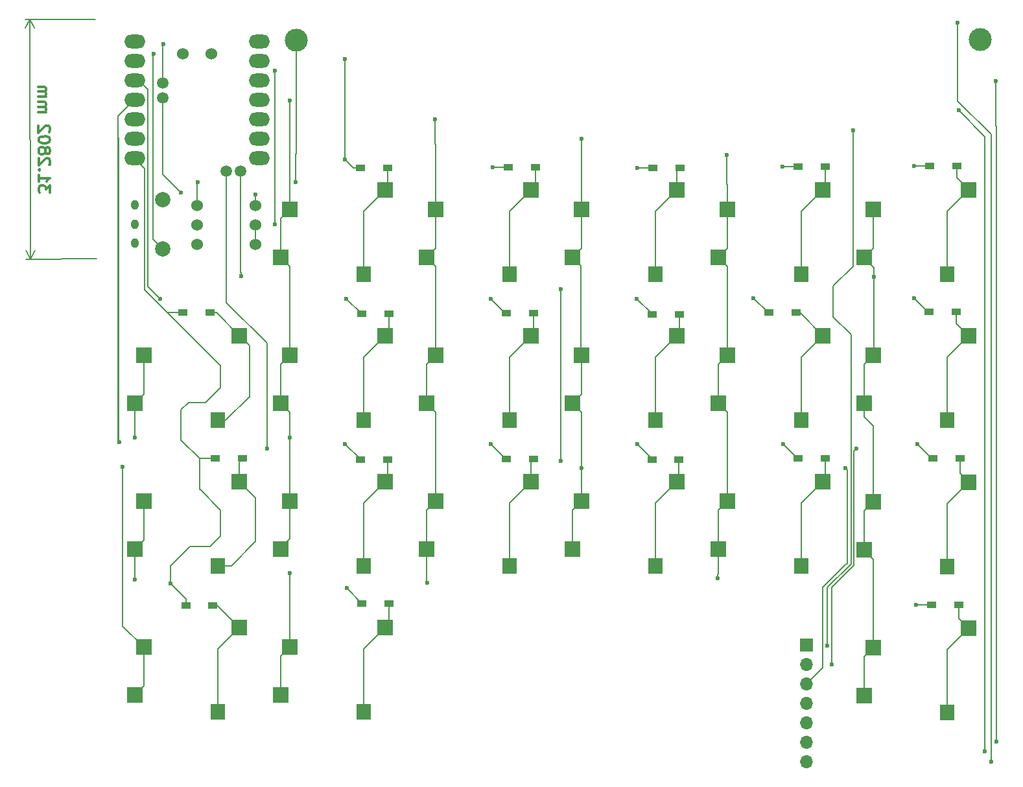
<source format=gbr>
%TF.GenerationSoftware,KiCad,Pcbnew,8.0.7*%
%TF.CreationDate,2025-03-28T15:44:08+09:00*%
%TF.ProjectId,cool642tb_R_with_tb_v130,636f6f6c-3634-4327-9462-5f525f776974,rev?*%
%TF.SameCoordinates,Original*%
%TF.FileFunction,Copper,L2,Bot*%
%TF.FilePolarity,Positive*%
%FSLAX46Y46*%
G04 Gerber Fmt 4.6, Leading zero omitted, Abs format (unit mm)*
G04 Created by KiCad (PCBNEW 8.0.7) date 2025-03-28 15:44:08*
%MOMM*%
%LPD*%
G01*
G04 APERTURE LIST*
%ADD10C,0.300000*%
%TA.AperFunction,NonConductor*%
%ADD11C,0.300000*%
%TD*%
%TA.AperFunction,NonConductor*%
%ADD12C,0.200000*%
%TD*%
%TA.AperFunction,SMDPad,CuDef*%
%ADD13R,1.300000X0.950000*%
%TD*%
%TA.AperFunction,SMDPad,CuDef*%
%ADD14R,2.000000X2.000000*%
%TD*%
%TA.AperFunction,SMDPad,CuDef*%
%ADD15R,1.900000X2.000000*%
%TD*%
%TA.AperFunction,ComponentPad*%
%ADD16O,1.000000X1.300000*%
%TD*%
%TA.AperFunction,ComponentPad*%
%ADD17C,1.524000*%
%TD*%
%TA.AperFunction,ComponentPad*%
%ADD18O,2.750000X1.800000*%
%TD*%
%TA.AperFunction,ComponentPad*%
%ADD19C,1.500000*%
%TD*%
%TA.AperFunction,ComponentPad*%
%ADD20R,1.700000X1.700000*%
%TD*%
%TA.AperFunction,ComponentPad*%
%ADD21O,1.700000X1.700000*%
%TD*%
%TA.AperFunction,ComponentPad*%
%ADD22C,3.000000*%
%TD*%
%TA.AperFunction,ComponentPad*%
%ADD23C,2.000000*%
%TD*%
%TA.AperFunction,ViaPad*%
%ADD24C,0.600000*%
%TD*%
%TA.AperFunction,Conductor*%
%ADD25C,0.200000*%
%TD*%
G04 APERTURE END LIST*
D10*
D11*
X-38166205Y4719293D02*
X-38169173Y5647859D01*
X-38169173Y5647859D02*
X-38739001Y5146035D01*
X-38739001Y5146035D02*
X-38739686Y5360320D01*
X-38739686Y5360320D02*
X-38811571Y5502948D01*
X-38811571Y5502948D02*
X-38883227Y5574148D01*
X-38883227Y5574148D02*
X-39026312Y5645119D01*
X-39026312Y5645119D02*
X-39383453Y5643978D01*
X-39383453Y5643978D02*
X-39526081Y5572093D01*
X-39526081Y5572093D02*
X-39597281Y5500436D01*
X-39597281Y5500436D02*
X-39668252Y5357351D01*
X-39668252Y5357351D02*
X-39666882Y4928782D01*
X-39666882Y4928782D02*
X-39594997Y4786154D01*
X-39594997Y4786154D02*
X-39523341Y4714954D01*
X-39673733Y7071628D02*
X-39670993Y6214489D01*
X-39672363Y6643059D02*
X-38172370Y6647854D01*
X-38172370Y6647854D02*
X-38386198Y6504312D01*
X-38386198Y6504312D02*
X-38528598Y6360999D01*
X-38528598Y6360999D02*
X-38599569Y6217915D01*
X-39532932Y7714938D02*
X-39604588Y7786138D01*
X-39604588Y7786138D02*
X-39675788Y7714481D01*
X-39675788Y7714481D02*
X-39604131Y7643281D01*
X-39604131Y7643281D02*
X-39532932Y7714938D01*
X-39532932Y7714938D02*
X-39675788Y7714481D01*
X-38320707Y8361674D02*
X-38249507Y8433331D01*
X-38249507Y8433331D02*
X-38178536Y8576415D01*
X-38178536Y8576415D02*
X-38179678Y8933556D01*
X-38179678Y8933556D02*
X-38251562Y9076184D01*
X-38251562Y9076184D02*
X-38323219Y9147384D01*
X-38323219Y9147384D02*
X-38466304Y9218356D01*
X-38466304Y9218356D02*
X-38609160Y9217899D01*
X-38609160Y9217899D02*
X-38823216Y9145786D01*
X-38823216Y9145786D02*
X-39677615Y8285907D01*
X-39677615Y8285907D02*
X-39680583Y9214474D01*
X-38826185Y10074352D02*
X-38754300Y9931724D01*
X-38754300Y9931724D02*
X-38682644Y9860524D01*
X-38682644Y9860524D02*
X-38539559Y9789553D01*
X-38539559Y9789553D02*
X-38468131Y9789781D01*
X-38468131Y9789781D02*
X-38325503Y9861666D01*
X-38325503Y9861666D02*
X-38254303Y9933323D01*
X-38254303Y9933323D02*
X-38183331Y10076407D01*
X-38183331Y10076407D02*
X-38184245Y10362120D01*
X-38184245Y10362120D02*
X-38256130Y10504748D01*
X-38256130Y10504748D02*
X-38327786Y10575948D01*
X-38327786Y10575948D02*
X-38470871Y10646920D01*
X-38470871Y10646920D02*
X-38542299Y10646691D01*
X-38542299Y10646691D02*
X-38684927Y10574806D01*
X-38684927Y10574806D02*
X-38756127Y10503150D01*
X-38756127Y10503150D02*
X-38827098Y10360065D01*
X-38827098Y10360065D02*
X-38826185Y10074352D01*
X-38826185Y10074352D02*
X-38897157Y9931267D01*
X-38897157Y9931267D02*
X-38968356Y9859611D01*
X-38968356Y9859611D02*
X-39110984Y9787726D01*
X-39110984Y9787726D02*
X-39396697Y9786812D01*
X-39396697Y9786812D02*
X-39539782Y9857784D01*
X-39539782Y9857784D02*
X-39611439Y9928984D01*
X-39611439Y9928984D02*
X-39683324Y10071612D01*
X-39683324Y10071612D02*
X-39684237Y10357325D01*
X-39684237Y10357325D02*
X-39613265Y10500409D01*
X-39613265Y10500409D02*
X-39542066Y10572066D01*
X-39542066Y10572066D02*
X-39399438Y10643951D01*
X-39399438Y10643951D02*
X-39113725Y10644864D01*
X-39113725Y10644864D02*
X-38970640Y10573893D01*
X-38970640Y10573893D02*
X-38898983Y10502693D01*
X-38898983Y10502693D02*
X-38827098Y10360065D01*
X-38188127Y11576399D02*
X-38188583Y11719256D01*
X-38188583Y11719256D02*
X-38260468Y11861884D01*
X-38260468Y11861884D02*
X-38332125Y11933084D01*
X-38332125Y11933084D02*
X-38475210Y12004055D01*
X-38475210Y12004055D02*
X-38761151Y12074570D01*
X-38761151Y12074570D02*
X-39118292Y12073428D01*
X-39118292Y12073428D02*
X-39403776Y12001086D01*
X-39403776Y12001086D02*
X-39546404Y11929202D01*
X-39546404Y11929202D02*
X-39617604Y11857545D01*
X-39617604Y11857545D02*
X-39688576Y11714460D01*
X-39688576Y11714460D02*
X-39688119Y11571604D01*
X-39688119Y11571604D02*
X-39616234Y11428976D01*
X-39616234Y11428976D02*
X-39544577Y11357776D01*
X-39544577Y11357776D02*
X-39401493Y11286804D01*
X-39401493Y11286804D02*
X-39115551Y11216290D01*
X-39115551Y11216290D02*
X-38758410Y11217431D01*
X-38758410Y11217431D02*
X-38472926Y11289773D01*
X-38472926Y11289773D02*
X-38330298Y11361658D01*
X-38330298Y11361658D02*
X-38259098Y11433314D01*
X-38259098Y11433314D02*
X-38188127Y11576399D01*
X-38334408Y12647365D02*
X-38263208Y12719022D01*
X-38263208Y12719022D02*
X-38192237Y12862106D01*
X-38192237Y12862106D02*
X-38193379Y13219248D01*
X-38193379Y13219248D02*
X-38265264Y13361876D01*
X-38265264Y13361876D02*
X-38336920Y13433075D01*
X-38336920Y13433075D02*
X-38480005Y13504047D01*
X-38480005Y13504047D02*
X-38622861Y13503590D01*
X-38622861Y13503590D02*
X-38836918Y13431477D01*
X-38836918Y13431477D02*
X-39691316Y12571598D01*
X-39691316Y12571598D02*
X-39694284Y13500165D01*
X-39699993Y15285870D02*
X-38699998Y15289066D01*
X-38842855Y15288610D02*
X-38771655Y15360266D01*
X-38771655Y15360266D02*
X-38700683Y15503351D01*
X-38700683Y15503351D02*
X-38701368Y15717636D01*
X-38701368Y15717636D02*
X-38773253Y15860264D01*
X-38773253Y15860264D02*
X-38916338Y15931235D01*
X-38916338Y15931235D02*
X-39702048Y15928723D01*
X-38916338Y15931235D02*
X-38773710Y16003120D01*
X-38773710Y16003120D02*
X-38702738Y16146205D01*
X-38702738Y16146205D02*
X-38703424Y16360490D01*
X-38703424Y16360490D02*
X-38775308Y16503118D01*
X-38775308Y16503118D02*
X-38918393Y16574089D01*
X-38918393Y16574089D02*
X-39704103Y16571577D01*
X-39706387Y17285859D02*
X-38706392Y17289056D01*
X-38849249Y17288600D02*
X-38778049Y17360256D01*
X-38778049Y17360256D02*
X-38707077Y17503341D01*
X-38707077Y17503341D02*
X-38707762Y17717625D01*
X-38707762Y17717625D02*
X-38779647Y17860254D01*
X-38779647Y17860254D02*
X-38922732Y17931225D01*
X-38922732Y17931225D02*
X-39708442Y17928713D01*
X-38922732Y17931225D02*
X-38780104Y18003110D01*
X-38780104Y18003110D02*
X-38709132Y18146195D01*
X-38709132Y18146195D02*
X-38709817Y18360479D01*
X-38709817Y18360479D02*
X-38781702Y18503107D01*
X-38781702Y18503107D02*
X-38924787Y18574079D01*
X-38924787Y18574079D02*
X-39710497Y18571567D01*
D12*
X-32249997Y27378402D02*
X-41446659Y27349001D01*
X-32149997Y-3901598D02*
X-41346659Y-3930999D01*
X-40860242Y27350875D02*
X-40760242Y-3929125D01*
X-40860242Y27350875D02*
X-40760242Y-3929125D01*
X-40860242Y27350875D02*
X-40270223Y26226252D01*
X-40860242Y27350875D02*
X-41443058Y26222502D01*
X-40760242Y-3929125D02*
X-41350261Y-2804502D01*
X-40760242Y-3929125D02*
X-40177426Y-2800752D01*
D13*
%TO.P,D7,1,K*%
%TO.N,Row2*%
X21375000Y-30010000D03*
%TO.P,D7,2,A*%
%TO.N,Net-(D7-A)*%
X24925000Y-30010000D03*
%TD*%
%TO.P,D11,1,K*%
%TO.N,Row2*%
X40405000Y-30100000D03*
%TO.P,D11,2,A*%
%TO.N,Net-(D11-A)*%
X43955000Y-30100000D03*
%TD*%
D14*
%TO.P,SW1,1,1*%
%TO.N,Col0*%
X-8100000Y-3700000D03*
X-6900000Y2540000D03*
D15*
%TO.P,SW1,2,2*%
%TO.N,Net-(D1-A)*%
X2800000Y-5900000D03*
D14*
X5600000Y5080000D03*
%TD*%
D13*
%TO.P,D20,1,K*%
%TO.N,Row3*%
X76935000Y-49060000D03*
%TO.P,D20,2,A*%
%TO.N,Net-(D20-A)*%
X80485000Y-49060000D03*
%TD*%
D14*
%TO.P,SW8,1,1*%
%TO.N,Col1*%
X-27150000Y-41800000D03*
X-25950000Y-35560000D03*
D15*
%TO.P,SW8,2,2*%
%TO.N,Net-(D8-A)*%
X-16250000Y-44000000D03*
D14*
X-13450000Y-33020000D03*
%TD*%
D13*
%TO.P,D13,1,K*%
%TO.N,Row0*%
X59535000Y8140000D03*
%TO.P,D13,2,A*%
%TO.N,Net-(D13-A)*%
X63085000Y8140000D03*
%TD*%
D14*
%TO.P,SW15,1,1*%
%TO.N,Col3*%
X49050000Y-41800000D03*
X50250000Y-35560000D03*
D15*
%TO.P,SW15,2,2*%
%TO.N,Net-(D15-A)*%
X59950000Y-44000000D03*
D14*
X62750000Y-33020000D03*
%TD*%
%TO.P,SW16,1,1*%
%TO.N,Col3*%
X-8100000Y-60850000D03*
X-6900000Y-54610000D03*
D15*
%TO.P,SW16,2,2*%
%TO.N,Net-(D16-A)*%
X2800000Y-63050000D03*
D14*
X5600000Y-52070000D03*
%TD*%
D16*
%TO.P,SW21,1,A*%
%TO.N,unconnected-(SW21-A-Pad1)*%
X-27100000Y-1890000D03*
%TO.P,SW21,2,B*%
%TO.N,Net-(SW21-B)*%
X-27100000Y610000D03*
%TO.P,SW21,3,C*%
%TO.N,GND*%
X-27100000Y3110000D03*
%TD*%
D14*
%TO.P,SW13,1,1*%
%TO.N,Col3*%
X49050000Y-3700000D03*
X50250000Y2540000D03*
D15*
%TO.P,SW13,2,2*%
%TO.N,Net-(D13-A)*%
X59950000Y-5900000D03*
D14*
X62750000Y5080000D03*
%TD*%
D13*
%TO.P,D15,1,K*%
%TO.N,Row2*%
X59535000Y-29950000D03*
%TO.P,D15,2,A*%
%TO.N,Net-(D15-A)*%
X63085000Y-29950000D03*
%TD*%
%TO.P,D1,1,K*%
%TO.N,Row0*%
X2385000Y8000000D03*
%TO.P,D1,2,A*%
%TO.N,Net-(D1-A)*%
X5935000Y8000000D03*
%TD*%
%TO.P,D9,1,K*%
%TO.N,Row0*%
X40525000Y8000000D03*
%TO.P,D9,2,A*%
%TO.N,Net-(D9-A)*%
X44075000Y8000000D03*
%TD*%
%TO.P,D17,1,K*%
%TO.N,Row0*%
X76665000Y8180000D03*
%TO.P,D17,2,A*%
%TO.N,Net-(D17-A)*%
X80215000Y8180000D03*
%TD*%
%TO.P,D4,1,K*%
%TO.N,Row3*%
X-20815000Y-10950000D03*
%TO.P,D4,2,A*%
%TO.N,Net-(D4-A)*%
X-17265000Y-10950000D03*
%TD*%
%TO.P,D16,1,K*%
%TO.N,Row3*%
X2555000Y-48970000D03*
%TO.P,D16,2,A*%
%TO.N,Net-(D16-A)*%
X6105000Y-48970000D03*
%TD*%
D14*
%TO.P,SW17,1,1*%
%TO.N,Col4*%
X68100000Y-3700000D03*
X69300000Y2540000D03*
D15*
%TO.P,SW17,2,2*%
%TO.N,Net-(D17-A)*%
X79000000Y-5900000D03*
D14*
X81800000Y5080000D03*
%TD*%
D13*
%TO.P,D3,1,K*%
%TO.N,Row2*%
X2330000Y-30130000D03*
%TO.P,D3,2,A*%
%TO.N,Net-(D3-A)*%
X5880000Y-30130000D03*
%TD*%
%TO.P,D19,1,K*%
%TO.N,Row2*%
X77080000Y-29940000D03*
%TO.P,D19,2,A*%
%TO.N,Net-(D19-A)*%
X80630000Y-29940000D03*
%TD*%
D14*
%TO.P,SW11,1,1*%
%TO.N,Col2*%
X30000000Y-41800000D03*
X31200000Y-35560000D03*
D15*
%TO.P,SW11,2,2*%
%TO.N,Net-(D11-A)*%
X40900000Y-44000000D03*
D14*
X43700000Y-33020000D03*
%TD*%
%TO.P,SW12,1,1*%
%TO.N,Col2*%
X-27150000Y-60850000D03*
X-25950000Y-54610000D03*
D15*
%TO.P,SW12,2,2*%
%TO.N,Net-(D12-A)*%
X-16250000Y-63050000D03*
D14*
X-13450000Y-52070000D03*
%TD*%
%TO.P,SW19,1,1*%
%TO.N,Col4*%
X68100000Y-41900000D03*
X69300000Y-35660000D03*
D15*
%TO.P,SW19,2,2*%
%TO.N,Net-(D19-A)*%
X79000000Y-44100000D03*
D14*
X81800000Y-33120000D03*
%TD*%
%TO.P,SW20,1,1*%
%TO.N,Col4*%
X68100000Y-60950000D03*
X69300000Y-54710000D03*
D15*
%TO.P,SW20,2,2*%
%TO.N,Net-(D20-A)*%
X79000000Y-63150000D03*
D14*
X81800000Y-52170000D03*
%TD*%
%TO.P,SW3,1,1*%
%TO.N,Col0*%
X-8100000Y-41800000D03*
X-6900000Y-35560000D03*
D15*
%TO.P,SW3,2,2*%
%TO.N,Net-(D3-A)*%
X2800000Y-44000000D03*
D14*
X5600000Y-33020000D03*
%TD*%
D13*
%TO.P,D10,1,K*%
%TO.N,Row1*%
X40465000Y-11150000D03*
%TO.P,D10,2,A*%
%TO.N,Net-(D10-A)*%
X44015000Y-11150000D03*
%TD*%
D14*
%TO.P,SW7,1,1*%
%TO.N,Col1*%
X10950000Y-41800000D03*
X12150000Y-35560000D03*
D15*
%TO.P,SW7,2,2*%
%TO.N,Net-(D7-A)*%
X21850000Y-44000000D03*
D14*
X24650000Y-33020000D03*
%TD*%
D17*
%TO.P,U4,1,IN*%
%TO.N,Net-(BT1-+)*%
X-18960000Y3060000D03*
%TO.P,U4,2,EN*%
%TO.N,Net-(SW21-B)*%
X-18960000Y520000D03*
%TO.P,U4,3,GND*%
%TO.N,GND*%
X-18960000Y-2020000D03*
%TO.P,U4,4,OUT*%
%TO.N,Bat*%
X-11350000Y3080000D03*
%TO.P,U4,5,GND*%
%TO.N,GND*%
X-11350000Y520000D03*
X-11350000Y-2020000D03*
%TD*%
D14*
%TO.P,SW10,1,1*%
%TO.N,Col2*%
X30000000Y-22750000D03*
X31200000Y-16510000D03*
D15*
%TO.P,SW10,2,2*%
%TO.N,Net-(D10-A)*%
X40900000Y-24950000D03*
D14*
X43700000Y-13970000D03*
%TD*%
D18*
%TO.P,U1,1,P0.02_A0_D0*%
%TO.N,MOTION*%
X-27110000Y24450000D03*
%TO.P,U1,2,P0.03_A1_D1*%
%TO.N,Row0*%
X-27110000Y21910000D03*
%TO.P,U1,3,P0.28_A2_D2*%
%TO.N,Row1*%
X-27110000Y19370000D03*
%TO.P,U1,4,P0.29_A3_D3*%
%TO.N,Row2*%
X-27110000Y16830000D03*
%TO.P,U1,5,P0.04_A4_D4_SDA*%
%TO.N,SDIO*%
X-27110000Y14290000D03*
%TO.P,U1,6,P0.05_A5_D5_SCL*%
%TO.N,SCLK*%
X-27110000Y11750000D03*
%TO.P,U1,7,P1.11_D6_TX*%
%TO.N,Row3*%
X-27110000Y9210000D03*
%TO.P,U1,8,P1.12_D7_RX*%
%TO.N,Col3*%
X-10870000Y9210000D03*
%TO.P,U1,9,P1.13_D8_SCK*%
%TO.N,Col2*%
X-10870000Y11750000D03*
%TO.P,U1,10,P1.14_D9_MISO*%
%TO.N,Col1*%
X-10870000Y14290000D03*
%TO.P,U1,11,P1.15_D10_MOSI*%
%TO.N,Col0*%
X-10870000Y16830000D03*
%TO.P,U1,12,3V3*%
%TO.N,3.3V*%
X-10870000Y19370000D03*
%TO.P,U1,13,GND*%
%TO.N,GND*%
X-10870000Y21910000D03*
%TO.P,U1,14,5V*%
%TO.N,VCC*%
X-10870000Y24450000D03*
D19*
%TO.P,U1,15,NFC1_0.09*%
%TO.N,CS*%
X-15154600Y7518000D03*
%TO.P,U1,16,NFC2_0.10*%
%TO.N,Col4*%
X-13275000Y7518000D03*
%TO.P,U1,20,BATT+*%
%TO.N,Bat*%
X-23435000Y17147000D03*
%TO.P,U1,21,BATT-*%
%TO.N,GND*%
X-23435000Y19052000D03*
D17*
%TO.P,U1,22,RST*%
%TO.N,reset*%
X-20870000Y22900000D03*
%TO.P,U1,23,GND*%
%TO.N,GND*%
X-17150000Y22840000D03*
%TD*%
D13*
%TO.P,D2,1,K*%
%TO.N,Row1*%
X2535000Y-11080000D03*
%TO.P,D2,2,A*%
%TO.N,Net-(D2-A)*%
X6085000Y-11080000D03*
%TD*%
D20*
%TO.P,J1,1,SCLK*%
%TO.N,SCLK*%
X60590000Y-54350000D03*
D21*
%TO.P,J1,2,nCS*%
%TO.N,CS*%
X60590000Y-56890000D03*
%TO.P,J1,3,GND*%
%TO.N,GND*%
X60590000Y-59430000D03*
%TO.P,J1,4,Vin*%
%TO.N,3.3V*%
X60590000Y-61970000D03*
%TO.P,J1,5,nc*%
%TO.N,unconnected-(J1-nc-Pad5)*%
X60590000Y-64510000D03*
%TO.P,J1,6,SDIO*%
%TO.N,SDIO*%
X60590000Y-67050000D03*
%TO.P,J1,7,MOTION*%
%TO.N,MOTION*%
X60590000Y-69590000D03*
%TD*%
D13*
%TO.P,D6,1,K*%
%TO.N,Row1*%
X21375000Y-10980000D03*
%TO.P,D6,2,A*%
%TO.N,Net-(D6-A)*%
X24925000Y-10980000D03*
%TD*%
D14*
%TO.P,SW5,1,1*%
%TO.N,Col1*%
X10950000Y-3700000D03*
X12150000Y2540000D03*
D15*
%TO.P,SW5,2,2*%
%TO.N,Net-(D5-A)*%
X21850000Y-5900000D03*
D14*
X24650000Y5080000D03*
%TD*%
%TO.P,SW6,1,1*%
%TO.N,Col1*%
X10950000Y-22750000D03*
X12150000Y-16510000D03*
D15*
%TO.P,SW6,2,2*%
%TO.N,Net-(D6-A)*%
X21850000Y-24950000D03*
D14*
X24650000Y-13970000D03*
%TD*%
%TO.P,SW9,1,1*%
%TO.N,Col2*%
X30000000Y-3700000D03*
X31200000Y2540000D03*
D15*
%TO.P,SW9,2,2*%
%TO.N,Net-(D9-A)*%
X40900000Y-5900000D03*
D14*
X43700000Y5080000D03*
%TD*%
%TO.P,SW4,1,1*%
%TO.N,Col0*%
X-27150000Y-22750000D03*
X-25950000Y-16510000D03*
D15*
%TO.P,SW4,2,2*%
%TO.N,Net-(D4-A)*%
X-16250000Y-24950000D03*
D14*
X-13450000Y-13970000D03*
%TD*%
D13*
%TO.P,D8,1,K*%
%TO.N,Row3*%
X-16645000Y-29980000D03*
%TO.P,D8,2,A*%
%TO.N,Net-(D8-A)*%
X-13095000Y-29980000D03*
%TD*%
D22*
%TO.P,BT1,1,+*%
%TO.N,Net-(BT1-+)*%
X-6020000Y24670000D03*
%TO.P,BT1,2,-*%
%TO.N,GND*%
X83250000Y24710000D03*
%TD*%
D13*
%TO.P,D14,1,K*%
%TO.N,Row1*%
X55715000Y-10930000D03*
%TO.P,D14,2,A*%
%TO.N,Net-(D14-A)*%
X59265000Y-10930000D03*
%TD*%
%TO.P,D12,1,K*%
%TO.N,Row3*%
X-20465000Y-49140000D03*
%TO.P,D12,2,A*%
%TO.N,Net-(D12-A)*%
X-16915000Y-49140000D03*
%TD*%
D23*
%TO.P,SW22,1,1*%
%TO.N,reset*%
X-23470000Y-2640000D03*
%TO.P,SW22,2,2*%
%TO.N,GND*%
X-23470000Y3860000D03*
%TD*%
D13*
%TO.P,D5,1,K*%
%TO.N,Row0*%
X21635000Y8040000D03*
%TO.P,D5,2,A*%
%TO.N,Net-(D5-A)*%
X25185000Y8040000D03*
%TD*%
D14*
%TO.P,SW2,1,1*%
%TO.N,Col0*%
X-8100000Y-22750000D03*
X-6900000Y-16510000D03*
D15*
%TO.P,SW2,2,2*%
%TO.N,Net-(D2-A)*%
X2800000Y-24950000D03*
D14*
X5600000Y-13970000D03*
%TD*%
%TO.P,SW18,1,1*%
%TO.N,Col4*%
X68100000Y-22750000D03*
X69300000Y-16510000D03*
D15*
%TO.P,SW18,2,2*%
%TO.N,Net-(D18-A)*%
X79000000Y-24950000D03*
D14*
X81800000Y-13970000D03*
%TD*%
%TO.P,SW14,1,1*%
%TO.N,Col3*%
X49050000Y-22750000D03*
X50250000Y-16510000D03*
D15*
%TO.P,SW14,2,2*%
%TO.N,Net-(D14-A)*%
X59950000Y-24950000D03*
D14*
X62750000Y-13970000D03*
%TD*%
D13*
%TO.P,D18,1,K*%
%TO.N,Row1*%
X76635000Y-10860000D03*
%TO.P,D18,2,A*%
%TO.N,Net-(D18-A)*%
X80185000Y-10860000D03*
%TD*%
D24*
%TO.N,Bat*%
X-21100000Y4770000D03*
X-11350000Y4510000D03*
%TO.N,Row0*%
X38490000Y8000000D03*
X350000Y9090000D03*
X340000Y22200000D03*
X19600000Y8040000D03*
X57500000Y8140000D03*
X74630000Y8180000D03*
%TO.N,Row1*%
X53670000Y-9040000D03*
X510000Y-9100000D03*
X38450000Y-9100000D03*
X-23850735Y-9100735D03*
X19340000Y-9100000D03*
X74640000Y-9080000D03*
%TO.N,Row2*%
X340000Y-28070000D03*
X75040000Y-28070000D03*
X38470000Y-28070000D03*
X19360000Y-28070000D03*
X57530000Y-28070000D03*
X-29120000Y-27840000D03*
%TO.N,Row3*%
X560000Y-46930000D03*
X74900000Y-49060000D03*
X-22450000Y-46340000D03*
%TO.N,GND*%
X65680000Y-31230000D03*
X-8870000Y620000D03*
X28480000Y-7840000D03*
X28470000Y-30300000D03*
X-8850000Y20640000D03*
X-23390000Y24120000D03*
%TO.N,CS*%
X63910000Y-56860000D03*
X67120000Y-28720000D03*
X-9850000Y-28700000D03*
%TO.N,SCLK*%
X66690000Y12840000D03*
X63310000Y-54390000D03*
%TO.N,MOTION*%
X84690000Y-69590000D03*
X80300000Y26940000D03*
%TO.N,3.3V*%
X85370000Y-66960000D03*
X85350000Y19300000D03*
%TO.N,SDIO*%
X80500000Y15480000D03*
X83920000Y-68240000D03*
%TO.N,Col0*%
X-27130000Y-27240000D03*
X-6880000Y16760000D03*
X-6900000Y-27240000D03*
%TO.N,Col1*%
X12090000Y14290000D03*
X-27100000Y-45810000D03*
X11050000Y-46230000D03*
%TO.N,Col2*%
X-28700000Y-31100000D03*
X31210000Y11780000D03*
X31200000Y-31240000D03*
%TO.N,Col3*%
X-6850000Y-44940000D03*
X50220000Y9660000D03*
X49020000Y-45640000D03*
%TO.N,Col4*%
X-13270000Y-6160000D03*
X69430000Y-6240000D03*
%TO.N,Net-(BT1-+)*%
X-6090000Y6090000D03*
X-18910000Y6080000D03*
%TO.N,reset*%
X-24640000Y22870000D03*
%TD*%
D25*
%TO.N,Bat*%
X-21100000Y4770000D02*
X-23435000Y7105000D01*
X-11350000Y3080000D02*
X-11350000Y4510000D01*
X-23435000Y7105000D02*
X-23435000Y17147000D01*
%TO.N,Net-(D1-A)*%
X5600000Y5080000D02*
X2800000Y2280000D01*
X5935000Y8000000D02*
X5935000Y5415000D01*
X2800000Y2280000D02*
X2800000Y-5900000D01*
X5935000Y5415000D02*
X5600000Y5080000D01*
%TO.N,Row0*%
X350000Y9090000D02*
X350000Y9190000D01*
X1440000Y8000000D02*
X350000Y9090000D01*
X19600000Y8040000D02*
X21635000Y8040000D01*
X57500000Y8140000D02*
X59535000Y8140000D01*
X340000Y22200000D02*
X350000Y22190000D01*
X74630000Y8180000D02*
X76665000Y8180000D01*
X2385000Y8000000D02*
X1440000Y8000000D01*
X38490000Y8000000D02*
X40525000Y8000000D01*
X350000Y22190000D02*
X350000Y9190000D01*
%TO.N,Net-(D2-A)*%
X6085000Y-11080000D02*
X6085000Y-13485000D01*
X6085000Y-13485000D02*
X5600000Y-13970000D01*
X5600000Y-13970000D02*
X2800000Y-16770000D01*
X2800000Y-16770000D02*
X2800000Y-24950000D01*
%TO.N,Row1*%
X40465000Y-11115000D02*
X38450000Y-9100000D01*
X2490000Y-11080000D02*
X510000Y-9100000D01*
X55560000Y-10930000D02*
X53670000Y-9040000D01*
X-25420000Y18180000D02*
X-26610000Y19370000D01*
X21220000Y-10980000D02*
X19340000Y-9100000D01*
X76420000Y-10860000D02*
X74640000Y-9080000D01*
X55715000Y-10930000D02*
X55560000Y-10930000D01*
X-23850735Y-9100735D02*
X-25420000Y-7531470D01*
X-25420000Y-7531470D02*
X-25420000Y18180000D01*
X76635000Y-10860000D02*
X76420000Y-10860000D01*
X21375000Y-10980000D02*
X21220000Y-10980000D01*
X2535000Y-11080000D02*
X2490000Y-11080000D01*
X40465000Y-11150000D02*
X40465000Y-11115000D01*
%TO.N,Net-(D3-A)*%
X5880000Y-30130000D02*
X5880000Y-32740000D01*
X5600000Y-33020000D02*
X2800000Y-35820000D01*
X5880000Y-32740000D02*
X5600000Y-33020000D01*
X2800000Y-35820000D02*
X2800000Y-44000000D01*
%TO.N,Row2*%
X77080000Y-29940000D02*
X76910000Y-29940000D01*
X59535000Y-29950000D02*
X59410000Y-29950000D01*
X59410000Y-29950000D02*
X57530000Y-28070000D01*
X21375000Y-30010000D02*
X21300000Y-30010000D01*
X2330000Y-30130000D02*
X2330000Y-30060000D01*
X-29295000Y-27665000D02*
X-29120000Y-27840000D01*
X-27120000Y16810000D02*
X-27252056Y16810000D01*
X40405000Y-30005000D02*
X38470000Y-28070000D01*
X-29265000Y-27695000D02*
X-29120000Y-27840000D01*
X-29295000Y14767056D02*
X-29295000Y-27665000D01*
X-27252056Y16810000D02*
X-29295000Y14767056D01*
X2330000Y-30060000D02*
X340000Y-28070000D01*
X40405000Y-30100000D02*
X40405000Y-30005000D01*
X21300000Y-30010000D02*
X19360000Y-28070000D01*
X76910000Y-29940000D02*
X75040000Y-28070000D01*
X-29265000Y11987056D02*
X-29265000Y-27695000D01*
%TO.N,Net-(D4-A)*%
X-12160000Y-15260000D02*
X-12160000Y-21880000D01*
X-13450000Y-13970000D02*
X-12160000Y-15260000D01*
X-17265000Y-10950000D02*
X-16470000Y-10950000D01*
X-12160000Y-21880000D02*
X-15230000Y-24950000D01*
X-15230000Y-24950000D02*
X-16250000Y-24950000D01*
X-16470000Y-10950000D02*
X-13450000Y-13970000D01*
%TO.N,Row3*%
X-22450000Y-46340000D02*
X-22450000Y-43990000D01*
X-22450000Y-43990000D02*
X-19960000Y-41500000D01*
X-21080000Y-27580000D02*
X-18680000Y-29980000D01*
X-19960000Y-41500000D02*
X-17300000Y-41500000D01*
X-18596955Y-34053045D02*
X-18680000Y-34053045D01*
X-21080000Y-23650000D02*
X-21080000Y-27580000D01*
X-20070000Y-22640000D02*
X-21080000Y-23650000D01*
X-17880000Y-22640000D02*
X-20070000Y-22640000D01*
X-15940000Y-36710000D02*
X-18596955Y-34053045D01*
X-22850000Y-10950000D02*
X-15950000Y-17850000D01*
X-20815000Y-10950000D02*
X-22850000Y-10950000D01*
X76935000Y-49060000D02*
X74900000Y-49060000D01*
X-15950000Y-17850000D02*
X-15950000Y-20710000D01*
X-17300000Y-41500000D02*
X-15940000Y-40140000D01*
X-15940000Y-40140000D02*
X-15940000Y-36710000D01*
X2555000Y-48970000D02*
X2555000Y-48925000D01*
X-18680000Y-34053045D02*
X-18680000Y-29980000D01*
X-20465000Y-48325000D02*
X-22450000Y-46340000D01*
X-15950000Y-20710000D02*
X-17880000Y-22640000D01*
X-16645000Y-29980000D02*
X-18680000Y-29980000D01*
X-22850000Y-10950000D02*
X-25820000Y-7980000D01*
X-25820000Y7890000D02*
X-27120000Y9190000D01*
X-20465000Y-49140000D02*
X-20465000Y-48325000D01*
X-25820000Y-7980000D02*
X-25820000Y7890000D01*
X2555000Y-48925000D02*
X560000Y-46930000D01*
%TO.N,Net-(D5-A)*%
X25185000Y8040000D02*
X25185000Y5615000D01*
X25185000Y5615000D02*
X24650000Y5080000D01*
X24650000Y5080000D02*
X21850000Y2280000D01*
X21850000Y2280000D02*
X21850000Y-5900000D01*
%TO.N,Net-(D6-A)*%
X24925000Y-13695000D02*
X24650000Y-13970000D01*
X24925000Y-10980000D02*
X24925000Y-13695000D01*
X24650000Y-13970000D02*
X21850000Y-16770000D01*
X21850000Y-16770000D02*
X21850000Y-24950000D01*
%TO.N,Net-(D7-A)*%
X21850000Y-35820000D02*
X24650000Y-33020000D01*
X24925000Y-30115000D02*
X24650000Y-30390000D01*
X24650000Y-30390000D02*
X24650000Y-33020000D01*
X21850000Y-44000000D02*
X21850000Y-35820000D01*
X24925000Y-30010000D02*
X24925000Y-30115000D01*
%TO.N,Net-(D8-A)*%
X-13095000Y-30135000D02*
X-13450000Y-30490000D01*
X-11350000Y-35120000D02*
X-11350000Y-40830000D01*
X-11350000Y-40830000D02*
X-14520000Y-44000000D01*
X-13450000Y-33020000D02*
X-11350000Y-35120000D01*
X-13450000Y-30490000D02*
X-13450000Y-33020000D01*
X-13095000Y-29980000D02*
X-13095000Y-30135000D01*
X-14520000Y-44000000D02*
X-16250000Y-44000000D01*
%TO.N,Net-(D9-A)*%
X44075000Y7925000D02*
X43700000Y7550000D01*
X44075000Y8000000D02*
X44075000Y7925000D01*
X40900000Y2280000D02*
X40900000Y-5900000D01*
X43700000Y7550000D02*
X43700000Y5080000D01*
X43700000Y5080000D02*
X40900000Y2280000D01*
%TO.N,Net-(D10-A)*%
X40900000Y-16770000D02*
X40900000Y-24950000D01*
X44015000Y-13655000D02*
X43700000Y-13970000D01*
X44015000Y-11150000D02*
X44015000Y-13655000D01*
X43700000Y-13970000D02*
X40900000Y-16770000D01*
%TO.N,Net-(D11-A)*%
X43700000Y-33020000D02*
X40900000Y-35820000D01*
X43955000Y-32765000D02*
X43700000Y-33020000D01*
X40900000Y-35820000D02*
X40900000Y-44000000D01*
X43955000Y-30100000D02*
X43955000Y-32765000D01*
%TO.N,Net-(D12-A)*%
X-16380000Y-49140000D02*
X-13450000Y-52070000D01*
X-16915000Y-49140000D02*
X-16380000Y-49140000D01*
X-16250000Y-54870000D02*
X-16250000Y-63050000D01*
X-13450000Y-52070000D02*
X-16250000Y-54870000D01*
%TO.N,Net-(D13-A)*%
X59950000Y2280000D02*
X59950000Y-5900000D01*
X63085000Y5415000D02*
X62750000Y5080000D01*
X62750000Y5080000D02*
X59950000Y2280000D01*
X63085000Y8140000D02*
X63085000Y5415000D01*
%TO.N,Net-(D14-A)*%
X59710000Y-10930000D02*
X62750000Y-13970000D01*
X62750000Y-13970000D02*
X59950000Y-16770000D01*
X59265000Y-10930000D02*
X59710000Y-10930000D01*
X59950000Y-16770000D02*
X59950000Y-24950000D01*
%TO.N,Net-(D15-A)*%
X63085000Y-29950000D02*
X63085000Y-32685000D01*
X63085000Y-32685000D02*
X62750000Y-33020000D01*
X62750000Y-33020000D02*
X59950000Y-35820000D01*
X59950000Y-35820000D02*
X59950000Y-44000000D01*
%TO.N,Net-(D16-A)*%
X2800000Y-54870000D02*
X2800000Y-63050000D01*
X6105000Y-48970000D02*
X6105000Y-51565000D01*
X6105000Y-51565000D02*
X5600000Y-52070000D01*
X5600000Y-52070000D02*
X2800000Y-54870000D01*
%TO.N,Net-(D17-A)*%
X81800000Y5080000D02*
X79000000Y2280000D01*
X79000000Y2280000D02*
X79000000Y-5900000D01*
X80215000Y6665000D02*
X81800000Y5080000D01*
X80215000Y8180000D02*
X80215000Y6665000D01*
%TO.N,Net-(D18-A)*%
X80185000Y-10860000D02*
X80185000Y-12355000D01*
X80185000Y-12355000D02*
X81800000Y-13970000D01*
X79000000Y-16770000D02*
X79000000Y-24950000D01*
X81800000Y-13970000D02*
X79000000Y-16770000D01*
%TO.N,GND*%
X-8870000Y20620000D02*
X-8850000Y20640000D01*
X65890000Y-43672633D02*
X65890000Y-31440000D01*
X-11350000Y520000D02*
X-11350000Y-2020000D01*
X-23435000Y19052000D02*
X-23435000Y24075000D01*
X62710000Y-57310000D02*
X62710000Y-46852633D01*
X62710000Y-46852633D02*
X65706316Y-43856317D01*
X65706316Y-43856317D02*
X65890000Y-43672633D01*
X28470000Y-30300000D02*
X28470000Y-7850000D01*
X-8870000Y620000D02*
X-8870000Y20620000D01*
X-23435000Y24075000D02*
X-23390000Y24120000D01*
X28470000Y-7850000D02*
X28480000Y-7840000D01*
X60590000Y-59430000D02*
X62710000Y-57310000D01*
X65890000Y-31440000D02*
X65680000Y-31230000D01*
%TO.N,CS*%
X63910000Y-46784004D02*
X63910000Y-56860000D01*
X66800000Y-29040000D02*
X67120000Y-28720000D01*
X66162002Y-44532002D02*
X63910000Y-46784004D01*
X66162002Y-44532002D02*
X66800000Y-43894004D01*
X-15154600Y-9604600D02*
X-15158953Y-9608953D01*
X66800000Y-43894004D02*
X66800000Y-29040000D01*
X-9850000Y-14917907D02*
X-9850000Y-28700000D01*
X-15154600Y7518000D02*
X-15154600Y-9604600D01*
X-15158953Y-9608953D02*
X-9850000Y-14917907D01*
%TO.N,SCLK*%
X66400000Y-13780000D02*
X64107467Y-11487467D01*
X63310000Y-46818318D02*
X66400000Y-43728318D01*
X66680000Y-4910000D02*
X66680000Y11170000D01*
X66400000Y-43728318D02*
X66400000Y-13780000D01*
X63310000Y-54390000D02*
X63310000Y-46818318D01*
X66690000Y12840000D02*
X66690000Y11180000D01*
X66690000Y11180000D02*
X66680000Y11170000D01*
X64107467Y-7482533D02*
X66680000Y-4910000D01*
X64107467Y-11487467D02*
X64107467Y-7482533D01*
%TO.N,MOTION*%
X84690000Y-69590000D02*
X84690000Y12340000D01*
X80300000Y16730000D02*
X80300000Y26940000D01*
X84690000Y12340000D02*
X80300000Y16730000D01*
%TO.N,3.3V*%
X85380000Y-66950000D02*
X85380000Y13460000D01*
X85370000Y-66960000D02*
X85380000Y-66950000D01*
X85350000Y19300000D02*
X85350000Y13490000D01*
X85350000Y13490000D02*
X85380000Y13460000D01*
%TO.N,SDIO*%
X80500000Y15480000D02*
X83920000Y12060000D01*
X83920000Y12060000D02*
X83920000Y11300000D01*
X83920000Y-68240000D02*
X83920000Y11300000D01*
X-27090000Y14030000D02*
X-27222056Y14030000D01*
%TO.N,Net-(D19-A)*%
X81800000Y-33120000D02*
X79000000Y-35920000D01*
X79000000Y-35920000D02*
X79000000Y-44100000D01*
X80630000Y-31950000D02*
X81800000Y-33120000D01*
X80630000Y-29940000D02*
X80630000Y-31950000D01*
%TO.N,Col0*%
X-6900000Y16740000D02*
X-6880000Y16760000D01*
X-8100000Y-17710000D02*
X-6900000Y-16510000D01*
X-8100000Y1340000D02*
X-6900000Y2540000D01*
X-8100000Y-41690000D02*
X-6900000Y-40490000D01*
X-6900000Y-23950000D02*
X-8100000Y-22750000D01*
X-25950000Y-21550000D02*
X-27150000Y-22750000D01*
X-6900000Y-4900000D02*
X-8100000Y-3700000D01*
X-6900000Y-40490000D02*
X-6900000Y-35560000D01*
X-6900000Y-35560000D02*
X-6900000Y-23950000D01*
X-27150000Y-27220000D02*
X-27130000Y-27240000D01*
X-8100000Y-41800000D02*
X-8100000Y-41690000D01*
X-6900000Y2540000D02*
X-6900000Y16740000D01*
X-8100000Y-22750000D02*
X-8100000Y-17710000D01*
X-25950000Y-16510000D02*
X-25950000Y-21550000D01*
X-8100000Y-3700000D02*
X-8100000Y1340000D01*
X-6900000Y-16510000D02*
X-6900000Y-4900000D01*
X-27150000Y-22750000D02*
X-27150000Y-27220000D01*
%TO.N,Col1*%
X-25950000Y-35560000D02*
X-25950000Y-40600000D01*
X12150000Y-23950000D02*
X10950000Y-22750000D01*
X10950000Y-36760000D02*
X12150000Y-35560000D01*
X12090000Y14290000D02*
X12090000Y11090000D01*
X12150000Y-2500000D02*
X10950000Y-3700000D01*
X10950000Y-17710000D02*
X12150000Y-16510000D01*
X12150000Y11030000D02*
X12150000Y2540000D01*
X-25950000Y-40600000D02*
X-27150000Y-41800000D01*
X12150000Y-35560000D02*
X12150000Y-23950000D01*
X12150000Y-16510000D02*
X12150000Y-4900000D01*
X11050000Y-46230000D02*
X10950000Y-46130000D01*
X12150000Y11080000D02*
X12150000Y2540000D01*
X10950000Y-22750000D02*
X10950000Y-17710000D01*
X10950000Y-46130000D02*
X10950000Y-41800000D01*
X12150000Y-4900000D02*
X10950000Y-3700000D01*
X10950000Y-41800000D02*
X10950000Y-36760000D01*
X12150000Y2540000D02*
X12150000Y-2500000D01*
X-27150000Y-45760000D02*
X-27100000Y-45810000D01*
X12090000Y11090000D02*
X12150000Y11030000D01*
X-27150000Y-41800000D02*
X-27150000Y-45760000D01*
%TO.N,Col2*%
X31200000Y9510000D02*
X31200000Y2540000D01*
X31200000Y-21550000D02*
X30000000Y-22750000D01*
X31120000Y-16430000D02*
X31120000Y-4820000D01*
X31200000Y2540000D02*
X31200000Y-2500000D01*
X31210000Y11780000D02*
X31210000Y9520000D01*
X31120000Y-4820000D02*
X30000000Y-3700000D01*
X-25950000Y-54610000D02*
X-25950000Y-59650000D01*
X31200000Y-31240000D02*
X31200000Y-23950000D01*
X31200000Y-16510000D02*
X31120000Y-16430000D01*
X-25950000Y-59650000D02*
X-27150000Y-60850000D01*
X31200000Y-23950000D02*
X30000000Y-22750000D01*
X31200000Y-35560000D02*
X31200000Y-31240000D01*
X30000000Y-36760000D02*
X31200000Y-35560000D01*
X30000000Y-41800000D02*
X30000000Y-36760000D01*
X-28700000Y-31100000D02*
X-28700000Y-51860000D01*
X31200000Y-16510000D02*
X31200000Y-21550000D01*
X-28700000Y-51860000D02*
X-25950000Y-54610000D01*
X31200000Y-2500000D02*
X30000000Y-3700000D01*
%TO.N,Col3*%
X50250000Y-2500000D02*
X49050000Y-3700000D01*
X50220000Y5840000D02*
X50250000Y5810000D01*
X50250000Y-35560000D02*
X50250000Y-23950000D01*
X50250000Y-16510000D02*
X50250000Y-4900000D01*
X50250000Y-35560000D02*
X49050000Y-36760000D01*
X50250000Y-4900000D02*
X49050000Y-3700000D01*
X49050000Y-36760000D02*
X49050000Y-41800000D01*
X49020000Y-45640000D02*
X49020000Y-45080000D01*
X49050000Y-17710000D02*
X49050000Y-22750000D01*
X-8100000Y-55810000D02*
X-6900000Y-54610000D01*
X50250000Y2540000D02*
X50250000Y-2500000D01*
X50250000Y-16510000D02*
X49050000Y-17710000D01*
X-8100000Y-60850000D02*
X-8100000Y-55810000D01*
X50250000Y5810000D02*
X50250000Y2540000D01*
X-6900000Y-54610000D02*
X-6900000Y-44990000D01*
X49020000Y-45080000D02*
X49050000Y-45050000D01*
X49050000Y-45050000D02*
X49050000Y-41800000D01*
X-6900000Y-44990000D02*
X-6850000Y-44940000D01*
X50220000Y9660000D02*
X50220000Y5840000D01*
X50250000Y-23950000D02*
X49050000Y-22750000D01*
%TO.N,Col4*%
X69330000Y-47902945D02*
X69330000Y-43130000D01*
X69300000Y-47932945D02*
X69330000Y-47902945D01*
X69300000Y-2500000D02*
X68100000Y-3700000D01*
X69330000Y-43130000D02*
X68100000Y-41900000D01*
X-13270000Y-6160000D02*
X-13270000Y-5690000D01*
X69430000Y-16380000D02*
X69430000Y-6240000D01*
X-13270000Y-5690000D02*
X-13275000Y-5685000D01*
X69300000Y-16510000D02*
X69430000Y-16380000D01*
X69430000Y-5030000D02*
X68100000Y-3700000D01*
X68100000Y-36860000D02*
X69300000Y-35660000D01*
X69300000Y-35660000D02*
X69300000Y-25770000D01*
X68100000Y-55910000D02*
X69300000Y-54710000D01*
X-13275000Y7518000D02*
X-13275000Y-5685000D01*
X68100000Y-17710000D02*
X69300000Y-16510000D01*
X69430000Y-6240000D02*
X69430000Y-5030000D01*
X69300000Y2540000D02*
X69300000Y-2500000D01*
X68100000Y-22750000D02*
X68100000Y-17710000D01*
X69300000Y-54710000D02*
X69300000Y-47932945D01*
X68100000Y-41900000D02*
X68100000Y-36860000D01*
X69300000Y-25770000D02*
X68100000Y-24570000D01*
X68100000Y-24570000D02*
X68100000Y-22750000D01*
X68100000Y-60950000D02*
X68100000Y-55910000D01*
%TO.N,Net-(D20-A)*%
X81800000Y-52170000D02*
X79000000Y-54970000D01*
X80485000Y-50855000D02*
X81800000Y-52170000D01*
X80485000Y-49060000D02*
X80485000Y-50855000D01*
X79000000Y-54970000D02*
X79000000Y-63150000D01*
%TO.N,Net-(BT1-+)*%
X-6090000Y6090000D02*
X-6090000Y9780000D01*
X-6020000Y9850000D02*
X-6020000Y24670000D01*
X-18960000Y6030000D02*
X-18910000Y6080000D01*
X-18960000Y3060000D02*
X-18960000Y6030000D01*
X-6090000Y9780000D02*
X-6020000Y9850000D01*
%TO.N,reset*%
X-24770000Y22740000D02*
X-24640000Y22870000D01*
X-24770000Y-1340000D02*
X-24770000Y22740000D01*
X-23470000Y-2640000D02*
X-24770000Y-1340000D01*
%TD*%
M02*

</source>
